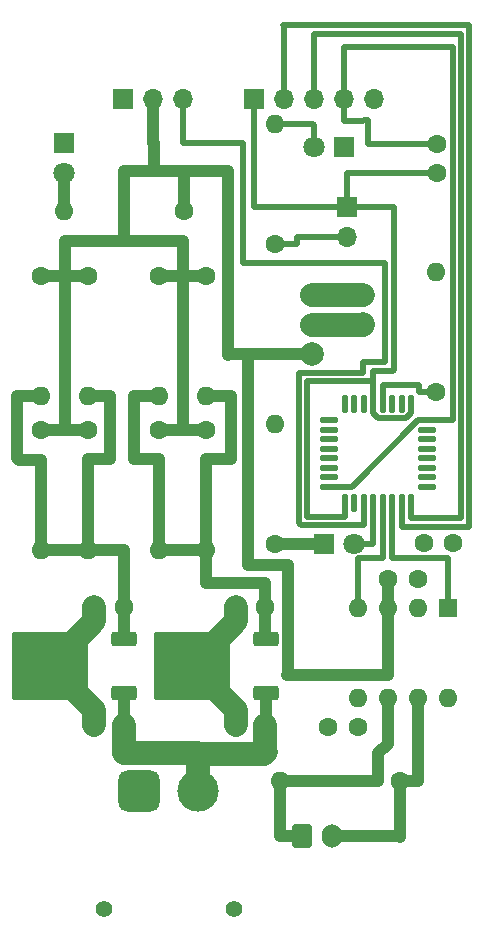
<source format=gbr>
%TF.GenerationSoftware,KiCad,Pcbnew,8.0.9-8.0.9-0~ubuntu24.04.1*%
%TF.CreationDate,2025-04-02T15:18:24+09:00*%
%TF.ProjectId,ServoDriver,53657276-6f44-4726-9976-65722e6b6963,rev?*%
%TF.SameCoordinates,Original*%
%TF.FileFunction,Copper,L1,Top*%
%TF.FilePolarity,Positive*%
%FSLAX46Y46*%
G04 Gerber Fmt 4.6, Leading zero omitted, Abs format (unit mm)*
G04 Created by KiCad (PCBNEW 8.0.9-8.0.9-0~ubuntu24.04.1) date 2025-04-02 15:18:24*
%MOMM*%
%LPD*%
G01*
G04 APERTURE LIST*
G04 Aperture macros list*
%AMRoundRect*
0 Rectangle with rounded corners*
0 $1 Rounding radius*
0 $2 $3 $4 $5 $6 $7 $8 $9 X,Y pos of 4 corners*
0 Add a 4 corners polygon primitive as box body*
4,1,4,$2,$3,$4,$5,$6,$7,$8,$9,$2,$3,0*
0 Add four circle primitives for the rounded corners*
1,1,$1+$1,$2,$3*
1,1,$1+$1,$4,$5*
1,1,$1+$1,$6,$7*
1,1,$1+$1,$8,$9*
0 Add four rect primitives between the rounded corners*
20,1,$1+$1,$2,$3,$4,$5,0*
20,1,$1+$1,$4,$5,$6,$7,0*
20,1,$1+$1,$6,$7,$8,$9,0*
20,1,$1+$1,$8,$9,$2,$3,0*%
G04 Aperture macros list end*
%TA.AperFunction,ComponentPad*%
%ADD10C,1.600000*%
%TD*%
%TA.AperFunction,ComponentPad*%
%ADD11O,1.600000X1.600000*%
%TD*%
%TA.AperFunction,SMDPad,CuDef*%
%ADD12RoundRect,0.250000X0.850000X0.350000X-0.850000X0.350000X-0.850000X-0.350000X0.850000X-0.350000X0*%
%TD*%
%TA.AperFunction,SMDPad,CuDef*%
%ADD13RoundRect,0.250000X1.275000X1.125000X-1.275000X1.125000X-1.275000X-1.125000X1.275000X-1.125000X0*%
%TD*%
%TA.AperFunction,SMDPad,CuDef*%
%ADD14RoundRect,0.249997X2.950003X2.650003X-2.950003X2.650003X-2.950003X-2.650003X2.950003X-2.650003X0*%
%TD*%
%TA.AperFunction,ComponentPad*%
%ADD15O,1.700000X1.700000*%
%TD*%
%TA.AperFunction,ComponentPad*%
%ADD16R,1.700000X1.700000*%
%TD*%
%TA.AperFunction,SMDPad,CuDef*%
%ADD17RoundRect,0.125000X-0.125000X0.625000X-0.125000X-0.625000X0.125000X-0.625000X0.125000X0.625000X0*%
%TD*%
%TA.AperFunction,SMDPad,CuDef*%
%ADD18RoundRect,0.125000X-0.625000X0.125000X-0.625000X-0.125000X0.625000X-0.125000X0.625000X0.125000X0*%
%TD*%
%TA.AperFunction,ComponentPad*%
%ADD19C,2.000000*%
%TD*%
%TA.AperFunction,ComponentPad*%
%ADD20R,1.600000X1.600000*%
%TD*%
%TA.AperFunction,ComponentPad*%
%ADD21C,1.400000*%
%TD*%
%TA.AperFunction,ComponentPad*%
%ADD22RoundRect,0.770000X0.980000X0.980000X-0.980000X0.980000X-0.980000X-0.980000X0.980000X-0.980000X0*%
%TD*%
%TA.AperFunction,ComponentPad*%
%ADD23C,3.500000*%
%TD*%
%TA.AperFunction,ComponentPad*%
%ADD24C,1.800000*%
%TD*%
%TA.AperFunction,ComponentPad*%
%ADD25R,1.800000X1.800000*%
%TD*%
%TA.AperFunction,ComponentPad*%
%ADD26RoundRect,0.250000X-0.600000X-0.750000X0.600000X-0.750000X0.600000X0.750000X-0.600000X0.750000X0*%
%TD*%
%TA.AperFunction,ComponentPad*%
%ADD27O,1.700000X2.000000*%
%TD*%
%TA.AperFunction,Conductor*%
%ADD28C,2.000000*%
%TD*%
%TA.AperFunction,Conductor*%
%ADD29C,0.500000*%
%TD*%
%TA.AperFunction,Conductor*%
%ADD30C,1.000000*%
%TD*%
G04 APERTURE END LIST*
D10*
%TO.P,0.1\u03BCF,1*%
%TO.N,Net-(U1-VO)*%
X105000000Y-130000000D03*
%TO.P,0.1\u03BCF,2*%
%TO.N,GND*%
X102500000Y-130000000D03*
%TD*%
%TO.P,1,1*%
%TO.N,+5V*%
X98000000Y-115000000D03*
D11*
%TO.P,1,2*%
%TO.N,Net-(U1-VO)*%
X98000000Y-125160000D03*
%TD*%
D10*
%TO.P,0.33\u03BCF,1*%
%TO.N,batt_in*%
X117000000Y-140000000D03*
%TO.P,0.33\u03BCF,2*%
%TO.N,GND*%
X114500000Y-140000000D03*
%TD*%
%TO.P,0.1\u03BCF,1*%
%TO.N,Net-(U5-VO)*%
X117000000Y-130000000D03*
%TO.P,0.1\u03BCF,2*%
%TO.N,GND*%
X114500000Y-130000000D03*
%TD*%
%TO.P,0.1\u03BCF,1*%
%TO.N,+5V*%
X127400000Y-127625000D03*
%TO.P,0.1\u03BCF,2*%
%TO.N,GND*%
X129900000Y-127625000D03*
%TD*%
D12*
%TO.P,U1,1,VI*%
%TO.N,batt_in*%
X105040000Y-137280000D03*
D13*
%TO.P,U1,2,GND*%
%TO.N,GND*%
X100415000Y-136525000D03*
X100415000Y-133475000D03*
D14*
X98740000Y-135000000D03*
D13*
X97065000Y-136525000D03*
X97065000Y-133475000D03*
D12*
%TO.P,U1,3,VO*%
%TO.N,Net-(U1-VO)*%
X105040000Y-132720000D03*
%TD*%
D15*
%TO.P,J2,2,Pin_2*%
%TO.N,+3.3V*%
X123875000Y-98715000D03*
D16*
%TO.P,J2,1,Pin_1*%
%TO.N,External_3.3V*%
X123875000Y-96175000D03*
%TD*%
D11*
%TO.P,330,2*%
%TO.N,Net-(D2-A)*%
X99970000Y-96475000D03*
D10*
%TO.P,330,1*%
%TO.N,+5V*%
X110130000Y-96475000D03*
%TD*%
%TO.P,1,1*%
%TO.N,+5V*%
X108000000Y-115000000D03*
D11*
%TO.P,1,2*%
%TO.N,Net-(U5-VO)*%
X108000000Y-125160000D03*
%TD*%
D10*
%TO.P,1,1*%
%TO.N,+5V*%
X102000000Y-115000000D03*
D11*
%TO.P,1,2*%
%TO.N,Net-(U1-VO)*%
X102000000Y-125160000D03*
%TD*%
%TO.P,10k,2*%
%TO.N,+3.3V*%
X131430000Y-101660000D03*
D10*
%TO.P,10k,1*%
%TO.N,NRST*%
X131430000Y-111820000D03*
%TD*%
D16*
%TO.P,J3,1,Pin_1*%
%TO.N,External_3.3V*%
X116000000Y-87000000D03*
D15*
%TO.P,J3,2,Pin_2*%
%TO.N,SWDIO*%
X118540000Y-87000000D03*
%TO.P,J3,3,Pin_3*%
%TO.N,SWCLK*%
X121080000Y-87000000D03*
%TO.P,J3,4,Pin_4*%
%TO.N,GND*%
X123620000Y-87000000D03*
%TO.P,J3,5,Pin_5*%
%TO.N,NRST*%
X126160000Y-87000000D03*
%TD*%
D10*
%TO.P,0.1\u03BCF,2*%
%TO.N,External_3.3V*%
X131500000Y-93300000D03*
%TO.P,0.1\u03BCF,1*%
%TO.N,GND*%
X131500000Y-90800000D03*
%TD*%
%TO.P,1,1*%
%TO.N,+5V*%
X108000000Y-102000000D03*
D11*
%TO.P,1,2*%
%TO.N,Net-(U5-VO)*%
X108000000Y-112160000D03*
%TD*%
D10*
%TO.P,1,1*%
%TO.N,+5V*%
X112000000Y-115000000D03*
D11*
%TO.P,1,2*%
%TO.N,Net-(U5-VO)*%
X112000000Y-125160000D03*
%TD*%
D17*
%TO.P,U3,1,VDD*%
%TO.N,External_3.3V*%
X129325000Y-112850000D03*
%TO.P,U3,2,PF0*%
%TO.N,unconnected-(U3-PF0-Pad2)*%
X128525000Y-112850000D03*
%TO.P,U3,3,PF1*%
%TO.N,unconnected-(U3-PF1-Pad3)*%
X127725000Y-112850000D03*
%TO.P,U3,4,NRST*%
%TO.N,NRST*%
X126925000Y-112850000D03*
%TO.P,U3,5,VDDA*%
%TO.N,External_3.3V*%
X126125000Y-112850000D03*
%TO.P,U3,6,PA0*%
%TO.N,unconnected-(U3-PA0-Pad6)*%
X125325000Y-112850000D03*
%TO.P,U3,7,PA1*%
%TO.N,unconnected-(U3-PA1-Pad7)*%
X124525000Y-112850000D03*
%TO.P,U3,8,PA2*%
%TO.N,unconnected-(U3-PA2-Pad8)*%
X123725000Y-112850000D03*
D18*
%TO.P,U3,9,PA3*%
%TO.N,unconnected-(U3-PA3-Pad9)*%
X122350000Y-114225000D03*
%TO.P,U3,10,PA4*%
%TO.N,unconnected-(U3-PA4-Pad10)*%
X122350000Y-115025000D03*
%TO.P,U3,11,PA5*%
%TO.N,unconnected-(U3-PA5-Pad11)*%
X122350000Y-115825000D03*
%TO.P,U3,12,PA6*%
%TO.N,unconnected-(U3-PA6-Pad12)*%
X122350000Y-116625000D03*
%TO.P,U3,13,PA7*%
%TO.N,unconnected-(U3-PA7-Pad13)*%
X122350000Y-117425000D03*
%TO.P,U3,14,PB0*%
%TO.N,RV*%
X122350000Y-118225000D03*
%TO.P,U3,15,PB1*%
%TO.N,unconnected-(U3-PB1-Pad15)*%
X122350000Y-119025000D03*
%TO.P,U3,16,VSS*%
%TO.N,GND*%
X122350000Y-119825000D03*
D17*
%TO.P,U3,17,VDD*%
%TO.N,External_3.3V*%
X123725000Y-121200000D03*
%TO.P,U3,18,PA8*%
%TO.N,unconnected-(U3-PA8-Pad18)*%
X124525000Y-121200000D03*
%TO.P,U3,19,PA9*%
%TO.N,Signal*%
X125325000Y-121200000D03*
%TO.P,U3,20,PA10*%
%TO.N,check_led*%
X126125000Y-121200000D03*
%TO.P,U3,21,PA11*%
%TO.N,RX*%
X126925000Y-121200000D03*
%TO.P,U3,22,PA12*%
%TO.N,TX*%
X127725000Y-121200000D03*
%TO.P,U3,23,PA13*%
%TO.N,SWDIO*%
X128525000Y-121200000D03*
%TO.P,U3,24,PA14*%
%TO.N,SWCLK*%
X129325000Y-121200000D03*
D18*
%TO.P,U3,25,PA15*%
%TO.N,unconnected-(U3-PA15-Pad25)*%
X130700000Y-119825000D03*
%TO.P,U3,26,PB3*%
%TO.N,unconnected-(U3-PB3-Pad26)*%
X130700000Y-119025000D03*
%TO.P,U3,27,PB4*%
%TO.N,unconnected-(U3-PB4-Pad27)*%
X130700000Y-118225000D03*
%TO.P,U3,28,PB5*%
%TO.N,unconnected-(U3-PB5-Pad28)*%
X130700000Y-117425000D03*
%TO.P,U3,29,PB6*%
%TO.N,unconnected-(U3-PB6-Pad29)*%
X130700000Y-116625000D03*
%TO.P,U3,30,PB7*%
%TO.N,unconnected-(U3-PB7-Pad30)*%
X130700000Y-115825000D03*
%TO.P,U3,31,BOOT0*%
%TO.N,unconnected-(U3-BOOT0-Pad31)*%
X130700000Y-115025000D03*
%TO.P,U3,32,VSS*%
%TO.N,GND*%
X130700000Y-114225000D03*
%TD*%
D12*
%TO.P,U5,1,VI*%
%TO.N,batt_in*%
X117040000Y-137280000D03*
D13*
%TO.P,U5,2,GND*%
%TO.N,GND*%
X112415000Y-136525000D03*
X112415000Y-133475000D03*
D14*
X110740000Y-135000000D03*
D13*
X109065000Y-136525000D03*
X109065000Y-133475000D03*
D12*
%TO.P,U5,3,VO*%
%TO.N,Net-(U5-VO)*%
X117040000Y-132720000D03*
%TD*%
D19*
%TO.P,U4,1,Vin*%
%TO.N,+5V*%
X120950000Y-108625000D03*
%TO.P,U4,2,GND*%
%TO.N,GND*%
X120950000Y-106125000D03*
%TO.P,U4,3,Vout*%
%TO.N,+3.3V*%
X120950000Y-103625000D03*
%TD*%
D10*
%TO.P,120,1*%
%TO.N,CAN_H*%
X128355000Y-144725000D03*
D11*
%TO.P,120,2*%
%TO.N,CAN_L*%
X118195000Y-144725000D03*
%TD*%
%TO.P,330,2*%
%TO.N,Net-(D3-A)*%
X117800000Y-89170000D03*
D10*
%TO.P,330,1*%
%TO.N,+3.3V*%
X117800000Y-99330000D03*
%TD*%
D20*
%TO.P,U2,1,TXD*%
%TO.N,TX*%
X132430000Y-130100000D03*
D11*
%TO.P,U2,2,VSS*%
%TO.N,GND*%
X129890000Y-130100000D03*
%TO.P,U2,3,VDD*%
%TO.N,+5V*%
X127350000Y-130100000D03*
%TO.P,U2,4,RXD*%
%TO.N,RX*%
X124810000Y-130100000D03*
%TO.P,U2,5,Vio*%
%TO.N,+3.3V*%
X124810000Y-137720000D03*
%TO.P,U2,6,CANL*%
%TO.N,CAN_L*%
X127350000Y-137720000D03*
%TO.P,U2,7,CANH*%
%TO.N,CAN_H*%
X129890000Y-137720000D03*
%TO.P,U2,8,STBY*%
%TO.N,GND*%
X132430000Y-137720000D03*
%TD*%
D21*
%TO.P,J4,*%
%TO.N,*%
X114300000Y-155625000D03*
X103300000Y-155625000D03*
D22*
%TO.P,J4,1,Pin_1*%
%TO.N,GND*%
X106300000Y-145625000D03*
D23*
%TO.P,J4,2,Pin_2*%
%TO.N,batt_in*%
X111300000Y-145625000D03*
%TD*%
D24*
%TO.P,3.3V,2,A*%
%TO.N,Net-(D3-A)*%
X121080000Y-91050000D03*
D25*
%TO.P,3.3V,1,K*%
%TO.N,GND*%
X123620000Y-91050000D03*
%TD*%
D10*
%TO.P,1,1*%
%TO.N,+5V*%
X102000000Y-102000000D03*
D11*
%TO.P,1,2*%
%TO.N,Net-(U1-VO)*%
X102000000Y-112160000D03*
%TD*%
D10*
%TO.P,1,1*%
%TO.N,+5V*%
X112000000Y-102000000D03*
D11*
%TO.P,1,2*%
%TO.N,Net-(U5-VO)*%
X112000000Y-112160000D03*
%TD*%
D10*
%TO.P,330,1*%
%TO.N,Net-(D1-K)*%
X117825000Y-124725000D03*
D11*
%TO.P,330,2*%
%TO.N,GND*%
X117825000Y-114565000D03*
%TD*%
D25*
%TO.P,5V,1,K*%
%TO.N,GND*%
X99975000Y-90750000D03*
D24*
%TO.P,5V,2,A*%
%TO.N,Net-(D2-A)*%
X99975000Y-93290000D03*
%TD*%
D16*
%TO.P,J5,1,Pin_1*%
%TO.N,GND*%
X104975000Y-87000000D03*
D15*
%TO.P,J5,2,Pin_2*%
%TO.N,+5V*%
X107515000Y-87000000D03*
%TO.P,J5,3,Pin_3*%
%TO.N,Signal*%
X110055000Y-87000000D03*
%TD*%
D10*
%TO.P,0.33\u03BCF,1*%
%TO.N,batt_in*%
X105000000Y-140000000D03*
%TO.P,0.33\u03BCF,2*%
%TO.N,GND*%
X102500000Y-140000000D03*
%TD*%
%TO.P,0.1\u03BCF,1*%
%TO.N,GND*%
X132910000Y-124600000D03*
%TO.P,0.1\u03BCF,2*%
%TO.N,NRST*%
X130410000Y-124600000D03*
%TD*%
%TO.P,3.3\u03BCF,1*%
%TO.N,+3.3V*%
X125300000Y-103600000D03*
%TO.P,3.3\u03BCF,2*%
%TO.N,GND*%
X125300000Y-106100000D03*
%TD*%
%TO.P,0.1\u03BCF,1*%
%TO.N,+3.3V*%
X124825000Y-140225000D03*
%TO.P,0.1\u03BCF,2*%
%TO.N,GND*%
X122325000Y-140225000D03*
%TD*%
D25*
%TO.P,mc,1,K*%
%TO.N,Net-(D1-K)*%
X121930000Y-124725000D03*
D24*
%TO.P,mc,2,A*%
%TO.N,check_led*%
X124470000Y-124725000D03*
%TD*%
D10*
%TO.P,1,1*%
%TO.N,+5V*%
X98000000Y-102000000D03*
D11*
%TO.P,1,2*%
%TO.N,Net-(U1-VO)*%
X98000000Y-112160000D03*
%TD*%
D26*
%TO.P,J1,1,Pin_1*%
%TO.N,CAN_L*%
X120125000Y-149425000D03*
D27*
%TO.P,J1,2,Pin_2*%
%TO.N,CAN_H*%
X122625000Y-149425000D03*
%TD*%
D28*
%TO.N,GND*%
X125275000Y-106125000D02*
X125300000Y-106100000D01*
X102500000Y-130000000D02*
X102500000Y-131240000D01*
D29*
X125680000Y-90800000D02*
X125680000Y-88820000D01*
D28*
X102500000Y-138760000D02*
X98740000Y-135000000D01*
D29*
X123610000Y-82880000D02*
X123620000Y-82890000D01*
X123610000Y-88840000D02*
X123620000Y-88830000D01*
D28*
X114500000Y-130000000D02*
X114500000Y-131240000D01*
D29*
X124333362Y-119825000D02*
X122350000Y-119825000D01*
X123620000Y-88830000D02*
X123620000Y-87000000D01*
X129933362Y-114225000D02*
X124333362Y-119825000D01*
D28*
X114500000Y-140000000D02*
X114500000Y-138760000D01*
D29*
X131500000Y-90800000D02*
X125680000Y-90800000D01*
X130700000Y-114225000D02*
X132815000Y-114225000D01*
D28*
X98740000Y-135000000D02*
X98740000Y-136240000D01*
D29*
X123620000Y-87000000D02*
X123620000Y-84405000D01*
X132832104Y-82572104D02*
X123617896Y-82572104D01*
X123610000Y-82580000D02*
X123610000Y-82880000D01*
X132820000Y-114220000D02*
X132850000Y-114220000D01*
X132850000Y-114220000D02*
X132850000Y-82590000D01*
X132850000Y-82590000D02*
X132832104Y-82572104D01*
X123620000Y-82890000D02*
X123620000Y-87000000D01*
D28*
X114500000Y-138760000D02*
X110740000Y-135000000D01*
X120950000Y-106125000D02*
X125275000Y-106125000D01*
D29*
X125340000Y-88800000D02*
X125300000Y-88840000D01*
X132815000Y-114225000D02*
X132820000Y-114220000D01*
D28*
X114500000Y-131240000D02*
X110740000Y-135000000D01*
D29*
X125300000Y-88840000D02*
X123610000Y-88840000D01*
D28*
X102500000Y-131240000D02*
X98740000Y-135000000D01*
D29*
X125660000Y-88800000D02*
X125340000Y-88800000D01*
D28*
X102500000Y-140000000D02*
X102500000Y-138760000D01*
D29*
X130700000Y-114225000D02*
X129933362Y-114225000D01*
X125680000Y-88820000D02*
X125660000Y-88800000D01*
X123617896Y-82572104D02*
X123610000Y-82580000D01*
D28*
%TO.N,batt_in*%
X111275000Y-142425000D02*
X105000000Y-142425000D01*
X117000000Y-142300000D02*
X117000000Y-140000000D01*
X105000000Y-142425000D02*
X105000000Y-140000000D01*
D30*
X117040000Y-137280000D02*
X117040000Y-139960000D01*
D28*
X111300000Y-145625000D02*
X111300000Y-142500000D01*
D30*
X105040000Y-139960000D02*
X105000000Y-140000000D01*
D28*
X116875000Y-142475000D02*
X117025000Y-142325000D01*
D30*
X117040000Y-139960000D02*
X117000000Y-140000000D01*
D28*
X117025000Y-142325000D02*
X117000000Y-142300000D01*
X111325000Y-142475000D02*
X111275000Y-142425000D01*
X111300000Y-142500000D02*
X111325000Y-142475000D01*
X111325000Y-142475000D02*
X116875000Y-142475000D01*
D30*
X105040000Y-137280000D02*
X105040000Y-139960000D01*
%TO.N,+5V*%
X115525000Y-126500000D02*
X118875000Y-126500000D01*
X107525000Y-90750000D02*
X107515000Y-90740000D01*
X100050000Y-115000000D02*
X102000000Y-115000000D01*
X127350000Y-127675000D02*
X127400000Y-127625000D01*
X127350000Y-130100000D02*
X127350000Y-127675000D01*
X113850000Y-93125000D02*
X110100000Y-93125000D01*
X110000000Y-103575000D02*
X110000000Y-102100000D01*
X118875000Y-135775000D02*
X118875000Y-126500000D01*
X113850000Y-108650000D02*
X113850000Y-93125000D01*
X118840000Y-135790000D02*
X118850000Y-135800000D01*
X100050000Y-115000000D02*
X100050000Y-103450000D01*
X118875000Y-135775000D02*
X127325000Y-135775000D01*
X98000000Y-102000000D02*
X100000000Y-102000000D01*
X108000000Y-102000000D02*
X109900000Y-102000000D01*
X107515000Y-90740000D02*
X107515000Y-87000000D01*
X110000000Y-115000000D02*
X110000000Y-103575000D01*
X100000000Y-102000000D02*
X102000000Y-102000000D01*
X105000000Y-93150000D02*
X107500000Y-93150000D01*
X100050000Y-99075000D02*
X105000000Y-99075000D01*
X110130000Y-93155000D02*
X110100000Y-93125000D01*
X127325000Y-135775000D02*
X127350000Y-135750000D01*
X100050000Y-103450000D02*
X100050000Y-99075000D01*
X105000000Y-99075000D02*
X110000000Y-99075000D01*
X100050000Y-102050000D02*
X100000000Y-102000000D01*
X105000000Y-99075000D02*
X105000000Y-93150000D01*
X98000000Y-115000000D02*
X100050000Y-115000000D01*
X115525000Y-108625000D02*
X115525000Y-123650000D01*
X113875000Y-108625000D02*
X113850000Y-108650000D01*
X110000000Y-103575000D02*
X110000000Y-99075000D01*
X110000000Y-102100000D02*
X109900000Y-102000000D01*
X110130000Y-96475000D02*
X110130000Y-93155000D01*
X115525000Y-123650000D02*
X115525000Y-126500000D01*
X110100000Y-93125000D02*
X107525000Y-93125000D01*
X107500000Y-93150000D02*
X107525000Y-93125000D01*
X118850000Y-135800000D02*
X118875000Y-135775000D01*
X107525000Y-93125000D02*
X107525000Y-90750000D01*
X109900000Y-102000000D02*
X112000000Y-102000000D01*
X115525000Y-108625000D02*
X120950000Y-108625000D01*
X108000000Y-115000000D02*
X110000000Y-115000000D01*
X110000000Y-115000000D02*
X112000000Y-115000000D01*
X115525000Y-108625000D02*
X113875000Y-108625000D01*
X127350000Y-135750000D02*
X127350000Y-130100000D01*
X100050000Y-103450000D02*
X100050000Y-102050000D01*
D29*
%TO.N,+3.3V*%
X119675000Y-99325000D02*
X119670000Y-99330000D01*
X123875000Y-98715000D02*
X119685000Y-98715000D01*
D28*
X120950000Y-103625000D02*
X125275000Y-103625000D01*
D29*
X119670000Y-99330000D02*
X117800000Y-99330000D01*
X119675000Y-98725000D02*
X119675000Y-99325000D01*
X120925000Y-103650000D02*
X120950000Y-103625000D01*
D28*
X125275000Y-103625000D02*
X125300000Y-103600000D01*
D29*
X119685000Y-98715000D02*
X119675000Y-98725000D01*
D30*
%TO.N,CAN_H*%
X128275000Y-149425000D02*
X128350000Y-149500000D01*
X129890000Y-144690000D02*
X129890000Y-137720000D01*
X129900000Y-144700000D02*
X129890000Y-144690000D01*
X129875000Y-144725000D02*
X129900000Y-144700000D01*
X122625000Y-149425000D02*
X128275000Y-149425000D01*
X128350000Y-149500000D02*
X128355000Y-149495000D01*
X128355000Y-149495000D02*
X128355000Y-144725000D01*
X128355000Y-144725000D02*
X129875000Y-144725000D01*
%TO.N,CAN_L*%
X118225000Y-149425000D02*
X118195000Y-149455000D01*
X126550000Y-144750000D02*
X126550000Y-142425000D01*
X118195000Y-149455000D02*
X118195000Y-144725000D01*
X120125000Y-149425000D02*
X118225000Y-149425000D01*
X126525000Y-144725000D02*
X126550000Y-144750000D01*
X127350000Y-137720000D02*
X127350000Y-141625000D01*
X118195000Y-144725000D02*
X126525000Y-144725000D01*
X127350000Y-141625000D02*
X126550000Y-142425000D01*
D29*
%TO.N,External_3.3V*%
X120550000Y-110925000D02*
X126100000Y-110925000D01*
X127875000Y-100325000D02*
X127900000Y-100300000D01*
X123890000Y-93300000D02*
X131500000Y-93300000D01*
X126125000Y-110950000D02*
X126125000Y-110025000D01*
X120550000Y-122425000D02*
X120550000Y-110925000D01*
X123725000Y-122400000D02*
X120575000Y-122400000D01*
X126125000Y-110025000D02*
X127775000Y-110025000D01*
X126125000Y-113625000D02*
X126125000Y-112850000D01*
X116000000Y-87000000D02*
X116000000Y-96175000D01*
X127900000Y-100300000D02*
X127900000Y-96175000D01*
X126125000Y-112850000D02*
X126125000Y-110950000D01*
X123875000Y-96175000D02*
X123875000Y-93285000D01*
X127875000Y-109925000D02*
X127775000Y-110025000D01*
X123725000Y-121200000D02*
X123725000Y-122400000D01*
X128891638Y-114050000D02*
X126550000Y-114050000D01*
X123875000Y-93285000D02*
X123890000Y-93300000D01*
X129325000Y-113616638D02*
X128891638Y-114050000D01*
X126100000Y-110925000D02*
X126125000Y-110950000D01*
X127875000Y-100325000D02*
X127875000Y-109925000D01*
X127900000Y-96175000D02*
X123875000Y-96175000D01*
X126550000Y-114050000D02*
X126125000Y-113625000D01*
X120575000Y-122400000D02*
X120550000Y-122425000D01*
X129325000Y-112850000D02*
X129325000Y-113616638D01*
X116000000Y-96175000D02*
X123875000Y-96175000D01*
%TO.N,SWCLK*%
X133550000Y-81520000D02*
X132955000Y-81520000D01*
X121075000Y-81550000D02*
X121080000Y-81555000D01*
X132955000Y-81520000D02*
X132925000Y-81550000D01*
X129325000Y-122500000D02*
X133550000Y-122500000D01*
X121080000Y-81555000D02*
X121080000Y-87000000D01*
X129325000Y-121200000D02*
X129325000Y-122500000D01*
X132925000Y-81550000D02*
X121075000Y-81550000D01*
X133550000Y-122500000D02*
X133550000Y-81520000D01*
%TO.N,SWDIO*%
X118525000Y-80750000D02*
X118540000Y-80765000D01*
X128525000Y-121200000D02*
X128525000Y-123225000D01*
X134250000Y-123230000D02*
X134250000Y-80750000D01*
X133730000Y-123230000D02*
X134250000Y-123230000D01*
X118540000Y-80765000D02*
X118540000Y-87000000D01*
X134250000Y-80750000D02*
X118525000Y-80750000D01*
X128525000Y-123225000D02*
X133725000Y-123225000D01*
X133725000Y-123225000D02*
X133730000Y-123230000D01*
%TO.N,NRST*%
X130030000Y-111800000D02*
X130050000Y-111820000D01*
X126925000Y-111250000D02*
X130030000Y-111250000D01*
X126925000Y-111250000D02*
X126925000Y-112850000D01*
X130030000Y-111250000D02*
X130030000Y-111800000D01*
X130050000Y-111820000D02*
X131430000Y-111820000D01*
%TO.N,RX*%
X124850000Y-125850000D02*
X124810000Y-125890000D01*
X124810000Y-125890000D02*
X124810000Y-130100000D01*
X126925000Y-121200000D02*
X126925000Y-125850000D01*
X126925000Y-125850000D02*
X124850000Y-125850000D01*
%TO.N,TX*%
X127725000Y-125900000D02*
X132425000Y-125900000D01*
X127725000Y-121200000D02*
X127725000Y-125900000D01*
X132425000Y-126275000D02*
X132430000Y-126280000D01*
X132430000Y-126280000D02*
X132430000Y-130100000D01*
X132425000Y-125900000D02*
X132425000Y-126275000D01*
D30*
%TO.N,Net-(D1-K)*%
X121930000Y-124725000D02*
X117825000Y-124725000D01*
%TO.N,Net-(D2-A)*%
X99970000Y-93295000D02*
X99975000Y-93290000D01*
X99970000Y-96475000D02*
X99970000Y-93295000D01*
D29*
%TO.N,Net-(D3-A)*%
X121045000Y-89170000D02*
X121080000Y-89205000D01*
X117800000Y-89170000D02*
X121045000Y-89170000D01*
X121080000Y-89205000D02*
X121080000Y-91050000D01*
%TO.N,check_led*%
X126125000Y-121200000D02*
X126125000Y-124725000D01*
X126125000Y-124725000D02*
X124470000Y-124725000D01*
%TO.N,Signal*%
X125275000Y-123125000D02*
X120025000Y-123125000D01*
X110055000Y-87000000D02*
X110055000Y-90740000D01*
X125250000Y-110225000D02*
X119800000Y-110225000D01*
X119800000Y-110225000D02*
X119800000Y-122900000D01*
X119800000Y-122900000D02*
X120025000Y-123125000D01*
X110065000Y-90750000D02*
X115075000Y-90750000D01*
X115075000Y-90750000D02*
X115075000Y-100875000D01*
X115075000Y-100875000D02*
X127125000Y-100875000D01*
X125325000Y-121200000D02*
X125325000Y-123075000D01*
X125325000Y-123075000D02*
X125275000Y-123125000D01*
X110055000Y-90740000D02*
X110065000Y-90750000D01*
X125250000Y-109300000D02*
X125250000Y-110225000D01*
X127125000Y-100875000D02*
X127125000Y-109300000D01*
X127125000Y-109300000D02*
X125250000Y-109300000D01*
D30*
%TO.N,Net-(U1-VO)*%
X98000000Y-117575000D02*
X97975000Y-117600000D01*
X102000000Y-117500000D02*
X102025000Y-117475000D01*
X96010000Y-112160000D02*
X98000000Y-112160000D01*
X102025000Y-117475000D02*
X103825000Y-117475000D01*
X104960000Y-125160000D02*
X102000000Y-125160000D01*
X105040000Y-132720000D02*
X105040000Y-130040000D01*
X103865000Y-112160000D02*
X102000000Y-112160000D01*
X96000000Y-112150000D02*
X96010000Y-112160000D01*
X98000000Y-125160000D02*
X98000000Y-117575000D01*
X103825000Y-112200000D02*
X103865000Y-112160000D01*
X105040000Y-130040000D02*
X105000000Y-130000000D01*
X97975000Y-117600000D02*
X96150000Y-117600000D01*
X96000000Y-117450000D02*
X96000000Y-112150000D01*
X105000000Y-125200000D02*
X104960000Y-125160000D01*
X103825000Y-117475000D02*
X103825000Y-112200000D01*
X105000000Y-130000000D02*
X105000000Y-125200000D01*
X96150000Y-117600000D02*
X96000000Y-117450000D01*
X102000000Y-125160000D02*
X98000000Y-125160000D01*
X102000000Y-125160000D02*
X102000000Y-117500000D01*
%TO.N,Net-(U5-VO)*%
X108025000Y-117475000D02*
X105900000Y-117475000D01*
X117000000Y-130000000D02*
X117000000Y-132680000D01*
X106535000Y-112160000D02*
X108000000Y-112160000D01*
X108000000Y-117500000D02*
X108025000Y-117475000D01*
X106525000Y-112150000D02*
X106535000Y-112160000D01*
X112000000Y-125160000D02*
X112000000Y-127975000D01*
X117000000Y-132680000D02*
X117040000Y-132720000D01*
X105900000Y-112150000D02*
X106525000Y-112150000D01*
X112000000Y-117475000D02*
X114100000Y-117475000D01*
X114100000Y-112175000D02*
X114085000Y-112160000D01*
X112000000Y-125160000D02*
X112000000Y-117475000D01*
X108000000Y-125160000D02*
X108000000Y-117500000D01*
X116975000Y-127975000D02*
X117000000Y-128000000D01*
X117000000Y-128000000D02*
X117000000Y-130000000D01*
X108000000Y-125160000D02*
X112000000Y-125160000D01*
X112000000Y-127975000D02*
X116975000Y-127975000D01*
X114100000Y-117475000D02*
X114100000Y-112175000D01*
X114085000Y-112160000D02*
X112000000Y-112160000D01*
X105900000Y-117475000D02*
X105900000Y-112150000D01*
%TD*%
M02*

</source>
